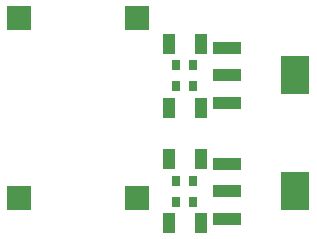
<source format=gtp>
G04 Layer_Color=8421504*
%FSLAX25Y25*%
%MOIN*%
G70*
G01*
G75*
%ADD10R,0.07874X0.07874*%
%ADD11R,0.09449X0.12992*%
%ADD12R,0.09449X0.03937*%
%ADD13R,0.04331X0.06693*%
%ADD14R,0.03150X0.03543*%
D10*
X137008Y92913D02*
D03*
Y32677D02*
D03*
X97638D02*
D03*
Y92913D02*
D03*
D11*
X189599Y73707D02*
D03*
X189617Y35006D02*
D03*
D12*
X166764Y64652D02*
D03*
Y73707D02*
D03*
Y82762D02*
D03*
X166783Y25950D02*
D03*
Y35006D02*
D03*
Y44061D02*
D03*
D13*
X158071Y84252D02*
D03*
X147441D02*
D03*
X158071Y62992D02*
D03*
X147441D02*
D03*
X158071Y45669D02*
D03*
X147441D02*
D03*
X158071Y24409D02*
D03*
X147441D02*
D03*
D14*
X150000Y77165D02*
D03*
X155512D02*
D03*
X150000Y70079D02*
D03*
X155512D02*
D03*
X150000Y38583D02*
D03*
X155512D02*
D03*
X150000Y31496D02*
D03*
X155512D02*
D03*
M02*

</source>
